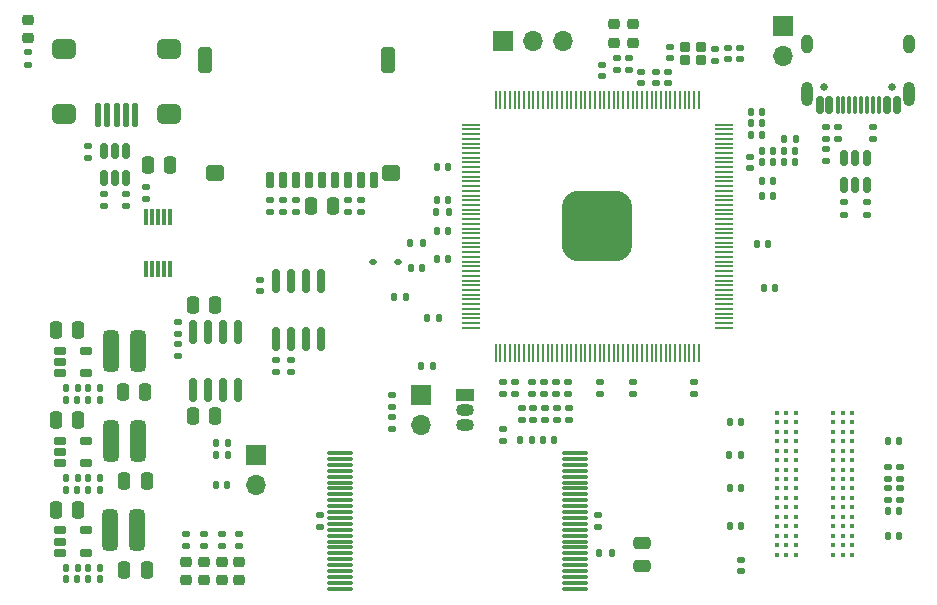
<source format=gbr>
%TF.GenerationSoftware,KiCad,Pcbnew,6.0.2+dfsg-1*%
%TF.CreationDate,2022-05-20T21:22:49+03:00*%
%TF.ProjectId,A13_test_project,4131335f-7465-4737-945f-70726f6a6563,rev?*%
%TF.SameCoordinates,Original*%
%TF.FileFunction,Soldermask,Top*%
%TF.FilePolarity,Negative*%
%FSLAX46Y46*%
G04 Gerber Fmt 4.6, Leading zero omitted, Abs format (unit mm)*
G04 Created by KiCad (PCBNEW 6.0.2+dfsg-1) date 2022-05-20 21:22:49*
%MOMM*%
%LPD*%
G01*
G04 APERTURE LIST*
G04 Aperture macros list*
%AMRoundRect*
0 Rectangle with rounded corners*
0 $1 Rounding radius*
0 $2 $3 $4 $5 $6 $7 $8 $9 X,Y pos of 4 corners*
0 Add a 4 corners polygon primitive as box body*
4,1,4,$2,$3,$4,$5,$6,$7,$8,$9,$2,$3,0*
0 Add four circle primitives for the rounded corners*
1,1,$1+$1,$2,$3*
1,1,$1+$1,$4,$5*
1,1,$1+$1,$6,$7*
1,1,$1+$1,$8,$9*
0 Add four rect primitives between the rounded corners*
20,1,$1+$1,$2,$3,$4,$5,0*
20,1,$1+$1,$4,$5,$6,$7,0*
20,1,$1+$1,$6,$7,$8,$9,0*
20,1,$1+$1,$8,$9,$2,$3,0*%
G04 Aperture macros list end*
%ADD10RoundRect,0.250000X-0.250000X-0.475000X0.250000X-0.475000X0.250000X0.475000X-0.250000X0.475000X0*%
%ADD11RoundRect,0.140000X0.170000X-0.140000X0.170000X0.140000X-0.170000X0.140000X-0.170000X-0.140000X0*%
%ADD12RoundRect,0.140000X-0.170000X0.140000X-0.170000X-0.140000X0.170000X-0.140000X0.170000X0.140000X0*%
%ADD13RoundRect,0.140000X-0.140000X-0.170000X0.140000X-0.170000X0.140000X0.170000X-0.140000X0.170000X0*%
%ADD14RoundRect,0.140000X0.140000X0.170000X-0.140000X0.170000X-0.140000X-0.170000X0.140000X-0.170000X0*%
%ADD15RoundRect,0.250000X0.475000X-0.250000X0.475000X0.250000X-0.475000X0.250000X-0.475000X-0.250000X0*%
%ADD16RoundRect,0.250000X0.250000X0.475000X-0.250000X0.475000X-0.250000X-0.475000X0.250000X-0.475000X0*%
%ADD17RoundRect,0.112500X0.187500X0.112500X-0.187500X0.112500X-0.187500X-0.112500X0.187500X-0.112500X0*%
%ADD18RoundRect,0.218750X-0.256250X0.218750X-0.256250X-0.218750X0.256250X-0.218750X0.256250X0.218750X0*%
%ADD19RoundRect,0.135000X0.135000X0.185000X-0.135000X0.185000X-0.135000X-0.185000X0.135000X-0.185000X0*%
%ADD20RoundRect,0.135000X-0.185000X0.135000X-0.185000X-0.135000X0.185000X-0.135000X0.185000X0.135000X0*%
%ADD21RoundRect,0.135000X0.185000X-0.135000X0.185000X0.135000X-0.185000X0.135000X-0.185000X-0.135000X0*%
%ADD22RoundRect,0.135000X-0.135000X-0.185000X0.135000X-0.185000X0.135000X0.185000X-0.135000X0.185000X0*%
%ADD23R,1.500000X1.050000*%
%ADD24O,1.500000X1.050000*%
%ADD25RoundRect,0.150000X0.150000X-0.825000X0.150000X0.825000X-0.150000X0.825000X-0.150000X-0.825000X0*%
%ADD26RoundRect,0.162500X-0.367500X-0.162500X0.367500X-0.162500X0.367500X0.162500X-0.367500X0.162500X0*%
%ADD27C,0.400000*%
%ADD28RoundRect,0.218750X0.256250X-0.218750X0.256250X0.218750X-0.256250X0.218750X-0.256250X-0.218750X0*%
%ADD29RoundRect,0.325000X-0.325000X-1.425000X0.325000X-1.425000X0.325000X1.425000X-0.325000X1.425000X0*%
%ADD30RoundRect,0.200000X0.250000X0.200000X-0.250000X0.200000X-0.250000X-0.200000X0.250000X-0.200000X0*%
%ADD31C,0.650000*%
%ADD32RoundRect,0.150000X0.150000X0.575000X-0.150000X0.575000X-0.150000X-0.575000X0.150000X-0.575000X0*%
%ADD33RoundRect,0.075000X0.075000X0.650000X-0.075000X0.650000X-0.075000X-0.650000X0.075000X-0.650000X0*%
%ADD34O,1.000000X2.100000*%
%ADD35O,1.000000X1.600000*%
%ADD36RoundRect,0.075000X0.987000X0.075000X-0.987000X0.075000X-0.987000X-0.075000X0.987000X-0.075000X0*%
%ADD37RoundRect,0.050000X0.050000X-0.687500X0.050000X0.687500X-0.050000X0.687500X-0.050000X-0.687500X0*%
%ADD38RoundRect,0.050000X0.687500X-0.050000X0.687500X0.050000X-0.687500X0.050000X-0.687500X-0.050000X0*%
%ADD39RoundRect,1.500000X1.500000X-1.500000X1.500000X1.500000X-1.500000X1.500000X-1.500000X-1.500000X0*%
%ADD40RoundRect,0.175000X0.175000X0.525000X-0.175000X0.525000X-0.175000X-0.525000X0.175000X-0.525000X0*%
%ADD41RoundRect,0.350000X0.450000X0.350000X-0.450000X0.350000X-0.450000X-0.350000X0.450000X-0.350000X0*%
%ADD42RoundRect,0.300000X0.300000X0.800000X-0.300000X0.800000X-0.300000X-0.800000X0.300000X-0.800000X0*%
%ADD43R,1.700000X1.700000*%
%ADD44O,1.700000X1.700000*%
%ADD45RoundRect,0.125000X0.125000X0.875000X-0.125000X0.875000X-0.125000X-0.875000X0.125000X-0.875000X0*%
%ADD46RoundRect,0.425000X0.575000X0.425000X-0.575000X0.425000X-0.575000X-0.425000X0.575000X-0.425000X0*%
%ADD47RoundRect,0.150000X0.150000X-0.512500X0.150000X0.512500X-0.150000X0.512500X-0.150000X-0.512500X0*%
%ADD48RoundRect,0.150000X-0.150000X0.825000X-0.150000X-0.825000X0.150000X-0.825000X0.150000X0.825000X0*%
%ADD49RoundRect,0.075000X0.075000X-0.625000X0.075000X0.625000X-0.075000X0.625000X-0.075000X-0.625000X0*%
%ADD50RoundRect,0.150000X-0.150000X0.512500X-0.150000X-0.512500X0.150000X-0.512500X0.150000X0.512500X0*%
G04 APERTURE END LIST*
D10*
%TO.C,C1*%
X37350000Y-43900000D03*
X39250000Y-43900000D03*
%TD*%
D11*
%TO.C,C2*%
X59200000Y-61980000D03*
X59200000Y-61020000D03*
%TD*%
D12*
%TO.C,C3*%
X56200000Y-61020000D03*
X56200000Y-61980000D03*
%TD*%
D13*
%TO.C,C4*%
X29320000Y-67500000D03*
X30280000Y-67500000D03*
%TD*%
D12*
%TO.C,C5*%
X71600000Y-30620000D03*
X71600000Y-31580000D03*
%TD*%
D14*
%TO.C,C6*%
X76480000Y-40200000D03*
X75520000Y-40200000D03*
%TD*%
D11*
%TO.C,C7*%
X67800000Y-31380000D03*
X67800000Y-30420000D03*
%TD*%
D14*
%TO.C,C8*%
X76480000Y-39200000D03*
X75520000Y-39200000D03*
%TD*%
%TO.C,C9*%
X75580000Y-37900000D03*
X74620000Y-37900000D03*
%TD*%
D12*
%TO.C,C10*%
X44200000Y-59920000D03*
X44200000Y-60880000D03*
%TD*%
D13*
%TO.C,C11*%
X77420000Y-40200000D03*
X78380000Y-40200000D03*
%TD*%
%TO.C,C12*%
X77420000Y-39200000D03*
X78380000Y-39200000D03*
%TD*%
D10*
%TO.C,C14*%
X15750000Y-69600000D03*
X17650000Y-69600000D03*
%TD*%
%TO.C,C15*%
X15750000Y-54400000D03*
X17650000Y-54400000D03*
%TD*%
%TO.C,C16*%
X15750000Y-62000000D03*
X17650000Y-62000000D03*
%TD*%
D12*
%TO.C,C17*%
X86200000Y-66000000D03*
X86200000Y-66960000D03*
%TD*%
%TO.C,C18*%
X86200000Y-67800000D03*
X86200000Y-68760000D03*
%TD*%
D14*
%TO.C,C21*%
X19480000Y-75500000D03*
X18520000Y-75500000D03*
%TD*%
%TO.C,C22*%
X17580000Y-75500000D03*
X16620000Y-75500000D03*
%TD*%
%TO.C,C23*%
X19480000Y-60300000D03*
X18520000Y-60300000D03*
%TD*%
%TO.C,C24*%
X17580000Y-60300000D03*
X16620000Y-60300000D03*
%TD*%
%TO.C,C25*%
X19480000Y-67900000D03*
X18520000Y-67900000D03*
%TD*%
%TO.C,C26*%
X17580000Y-67900000D03*
X16620000Y-67900000D03*
%TD*%
D15*
%TO.C,C27*%
X65400000Y-74350000D03*
X65400000Y-72450000D03*
%TD*%
D16*
%TO.C,C29*%
X23450000Y-74700000D03*
X21550000Y-74700000D03*
%TD*%
%TO.C,C30*%
X23350000Y-59600000D03*
X21450000Y-59600000D03*
%TD*%
%TO.C,C31*%
X23450000Y-67200000D03*
X21550000Y-67200000D03*
%TD*%
D17*
%TO.C,D1*%
X44750000Y-48600000D03*
X42650000Y-48600000D03*
%TD*%
D18*
%TO.C,D2*%
X63000000Y-28512500D03*
X63000000Y-30087500D03*
%TD*%
%TO.C,D3*%
X64600000Y-28512500D03*
X64600000Y-30087500D03*
%TD*%
D19*
%TO.C,R1*%
X46810000Y-47000000D03*
X45790000Y-47000000D03*
%TD*%
D20*
%TO.C,R2*%
X36100000Y-43390000D03*
X36100000Y-44410000D03*
%TD*%
%TO.C,R3*%
X41600000Y-43390000D03*
X41600000Y-44410000D03*
%TD*%
%TO.C,R4*%
X40500000Y-43390000D03*
X40500000Y-44410000D03*
%TD*%
%TO.C,R5*%
X35000000Y-43390000D03*
X35000000Y-44410000D03*
%TD*%
%TO.C,R6*%
X33900000Y-43390000D03*
X33900000Y-44410000D03*
%TD*%
D19*
%TO.C,R7*%
X49010000Y-44400000D03*
X47990000Y-44400000D03*
%TD*%
D20*
%TO.C,R8*%
X80950000Y-39090000D03*
X80950000Y-40110000D03*
%TD*%
%TO.C,R9*%
X80950000Y-37190000D03*
X80950000Y-38210000D03*
%TD*%
%TO.C,R10*%
X55200000Y-60990000D03*
X55200000Y-62010000D03*
%TD*%
%TO.C,R11*%
X63300000Y-31390000D03*
X63300000Y-32410000D03*
%TD*%
D21*
%TO.C,R12*%
X58200000Y-62010000D03*
X58200000Y-60990000D03*
%TD*%
D20*
%TO.C,R13*%
X57200000Y-60990000D03*
X57200000Y-62010000D03*
%TD*%
D19*
%TO.C,R14*%
X30310000Y-63925000D03*
X29290000Y-63925000D03*
%TD*%
D20*
%TO.C,R15*%
X64300000Y-31390000D03*
X64300000Y-32410000D03*
%TD*%
D19*
%TO.C,R16*%
X30310000Y-65000000D03*
X29290000Y-65000000D03*
%TD*%
%TO.C,R17*%
X47710000Y-57400000D03*
X46690000Y-57400000D03*
%TD*%
D21*
%TO.C,R18*%
X44200000Y-62810000D03*
X44200000Y-61790000D03*
%TD*%
D20*
%TO.C,R19*%
X35665000Y-56890000D03*
X35665000Y-57910000D03*
%TD*%
D22*
%TO.C,R20*%
X77390000Y-38200000D03*
X78410000Y-38200000D03*
%TD*%
D20*
%TO.C,R21*%
X34400000Y-56890000D03*
X34400000Y-57910000D03*
%TD*%
%TO.C,R52*%
X13400000Y-30890000D03*
X13400000Y-31910000D03*
%TD*%
D19*
%TO.C,R82*%
X19510000Y-74500000D03*
X18490000Y-74500000D03*
%TD*%
%TO.C,R83*%
X17610000Y-74500000D03*
X16590000Y-74500000D03*
%TD*%
%TO.C,R84*%
X19510000Y-59300000D03*
X18490000Y-59300000D03*
%TD*%
%TO.C,R85*%
X17610000Y-59300000D03*
X16590000Y-59300000D03*
%TD*%
%TO.C,R86*%
X19510000Y-66900000D03*
X18490000Y-66900000D03*
%TD*%
%TO.C,R87*%
X17610000Y-66900000D03*
X16590000Y-66900000D03*
%TD*%
D20*
%TO.C,R110*%
X87200000Y-65970000D03*
X87200000Y-66990000D03*
%TD*%
%TO.C,R111*%
X87200000Y-67770000D03*
X87200000Y-68790000D03*
%TD*%
D21*
%TO.C,R114*%
X26800000Y-72710000D03*
X26800000Y-71690000D03*
%TD*%
D23*
%TO.C,U2*%
X50400000Y-59900000D03*
D24*
X50400000Y-61170000D03*
X50400000Y-62440000D03*
%TD*%
D25*
%TO.C,U3*%
X34395000Y-55175000D03*
X35665000Y-55175000D03*
X36935000Y-55175000D03*
X38205000Y-55175000D03*
X38205000Y-50225000D03*
X36935000Y-50225000D03*
X35665000Y-50225000D03*
X34395000Y-50225000D03*
%TD*%
D26*
%TO.C,U8*%
X16100000Y-71350000D03*
X16100000Y-72300000D03*
X16100000Y-73250000D03*
X18300000Y-73250000D03*
X18300000Y-71350000D03*
%TD*%
%TO.C,U9*%
X16100000Y-56150000D03*
X16100000Y-57100000D03*
X16100000Y-58050000D03*
X18300000Y-58050000D03*
X18300000Y-56150000D03*
%TD*%
%TO.C,U10*%
X16100000Y-63750000D03*
X16100000Y-64700000D03*
X16100000Y-65650000D03*
X18300000Y-65650000D03*
X18300000Y-63750000D03*
%TD*%
D27*
%TO.C,U11*%
X83200000Y-73400000D03*
X82400000Y-73400000D03*
X81600000Y-73400000D03*
X78400000Y-73400000D03*
X77600000Y-73400000D03*
X76800000Y-73400000D03*
X83200000Y-72600000D03*
X82400000Y-72600000D03*
X81600000Y-72600000D03*
X78400000Y-72600000D03*
X77600000Y-72600000D03*
X76800000Y-72600000D03*
X83200000Y-71800000D03*
X82400000Y-71800000D03*
X81600000Y-71800000D03*
X78400000Y-71800000D03*
X77600000Y-71800000D03*
X76800000Y-71800000D03*
X83200000Y-71000000D03*
X82400000Y-71000000D03*
X81600000Y-71000000D03*
X78400000Y-71000000D03*
X77600000Y-71000000D03*
X76800000Y-71000000D03*
X83200000Y-70200000D03*
X82400000Y-70200000D03*
X81600000Y-70200000D03*
X78400000Y-70200000D03*
X77600000Y-70200000D03*
X76800000Y-70200000D03*
X83200000Y-69400000D03*
X82400000Y-69400000D03*
X81600000Y-69400000D03*
X78400000Y-69400000D03*
X77600000Y-69400000D03*
X76800000Y-69400000D03*
X83200000Y-68600000D03*
X82400000Y-68600000D03*
X81600000Y-68600000D03*
X78400000Y-68600000D03*
X77600000Y-68600000D03*
X76800000Y-68600000D03*
X83200000Y-67800000D03*
X82400000Y-67800000D03*
X81600000Y-67800000D03*
X78400000Y-67800000D03*
X77600000Y-67800000D03*
X76800000Y-67800000D03*
X83200000Y-67000000D03*
X82400000Y-67000000D03*
X81600000Y-67000000D03*
X78400000Y-67000000D03*
X77600000Y-67000000D03*
X76800000Y-67000000D03*
X83200000Y-66200000D03*
X82400000Y-66200000D03*
X81600000Y-66200000D03*
X78400000Y-66200000D03*
X77600000Y-66200000D03*
X76800000Y-66200000D03*
X83200000Y-65400000D03*
X82400000Y-65400000D03*
X81600000Y-65400000D03*
X78400000Y-65400000D03*
X77600000Y-65400000D03*
X76800000Y-65400000D03*
X83200000Y-64600000D03*
X82400000Y-64600000D03*
X81600000Y-64600000D03*
X78400000Y-64600000D03*
X77600000Y-64600000D03*
X76800000Y-64600000D03*
X83200000Y-63800000D03*
X82400000Y-63800000D03*
X81600000Y-63800000D03*
X78400000Y-63800000D03*
X77600000Y-63800000D03*
X76800000Y-63800000D03*
X83200000Y-63000000D03*
X82400000Y-63000000D03*
X81600000Y-63000000D03*
X78400000Y-63000000D03*
X77600000Y-63000000D03*
X76800000Y-63000000D03*
X83200000Y-62200000D03*
X82400000Y-62200000D03*
X81600000Y-62200000D03*
X78400000Y-62200000D03*
X77600000Y-62200000D03*
X76800000Y-62200000D03*
X83200000Y-61400000D03*
X82400000Y-61400000D03*
X81600000Y-61400000D03*
X78400000Y-61400000D03*
X77600000Y-61400000D03*
X76800000Y-61400000D03*
%TD*%
D11*
%TO.C,C32*%
X72700000Y-31480000D03*
X72700000Y-30520000D03*
%TD*%
%TO.C,C33*%
X73700000Y-31480000D03*
X73700000Y-30520000D03*
%TD*%
D13*
%TO.C,C34*%
X74620000Y-36900000D03*
X75580000Y-36900000D03*
%TD*%
%TO.C,C35*%
X74620000Y-35900000D03*
X75580000Y-35900000D03*
%TD*%
D28*
%TO.C,D11*%
X26800000Y-75587500D03*
X26800000Y-74012500D03*
%TD*%
D29*
%TO.C,L2*%
X20350000Y-71350000D03*
X22650000Y-71350000D03*
%TD*%
%TO.C,L3*%
X20450000Y-56150000D03*
X22750000Y-56150000D03*
%TD*%
%TO.C,L4*%
X20450000Y-63750000D03*
X22750000Y-63750000D03*
%TD*%
D30*
%TO.C,Y1*%
X70400000Y-30450000D03*
X69000000Y-30450000D03*
X69000000Y-31550000D03*
X70400000Y-31550000D03*
%TD*%
D19*
%TO.C,R112*%
X73810000Y-65000000D03*
X72790000Y-65000000D03*
%TD*%
D18*
%TO.C,D9*%
X13400000Y-28112500D03*
X13400000Y-29687500D03*
%TD*%
D31*
%TO.C,J2*%
X86590000Y-33850000D03*
X80810000Y-33850000D03*
D32*
X86950000Y-35295000D03*
X86150000Y-35295000D03*
D33*
X84950000Y-35295000D03*
X83950000Y-35295000D03*
X83450000Y-35295000D03*
X82450000Y-35295000D03*
D32*
X81250000Y-35295000D03*
X80450000Y-35295000D03*
D33*
X81950000Y-35295000D03*
X82950000Y-35295000D03*
X84450000Y-35295000D03*
X85450000Y-35295000D03*
D34*
X88020000Y-34380000D03*
X79380000Y-34380000D03*
D35*
X79380000Y-30200000D03*
X88020000Y-30200000D03*
%TD*%
D13*
%TO.C,C39*%
X56970000Y-63700000D03*
X57930000Y-63700000D03*
%TD*%
D19*
%TO.C,R117*%
X62810000Y-73300000D03*
X61790000Y-73300000D03*
%TD*%
D20*
%TO.C,R118*%
X53600000Y-62790000D03*
X53600000Y-63810000D03*
%TD*%
D22*
%TO.C,R119*%
X55039999Y-63700000D03*
X56059999Y-63700000D03*
%TD*%
D36*
%TO.C,U13*%
X59700000Y-76299999D03*
X59700000Y-75799999D03*
X59700000Y-75299999D03*
X59700000Y-74799999D03*
X59700000Y-74299999D03*
X59700000Y-73799999D03*
X59700000Y-73299999D03*
X59700000Y-72799999D03*
X59700000Y-72299999D03*
X59700000Y-71799999D03*
X59700000Y-71299999D03*
X59700000Y-70799999D03*
X59700000Y-70299999D03*
X59700000Y-69799999D03*
X59700000Y-69299999D03*
X59700000Y-68799999D03*
X59700000Y-68299999D03*
X59700000Y-67799999D03*
X59700000Y-67299999D03*
X59700000Y-66799999D03*
X59700000Y-66299999D03*
X59700000Y-65799999D03*
X59700000Y-65299999D03*
X59700000Y-64799999D03*
X39800000Y-64799999D03*
X39800000Y-65299999D03*
X39800000Y-65799999D03*
X39800000Y-66299999D03*
X39800000Y-66799999D03*
X39800000Y-67299999D03*
X39800000Y-67799999D03*
X39800000Y-68299999D03*
X39800000Y-68799999D03*
X39800000Y-69299999D03*
X39800000Y-69799999D03*
X39800000Y-70299999D03*
X39800000Y-70799999D03*
X39800000Y-71299999D03*
X39800000Y-71799999D03*
X39800000Y-72299999D03*
X39800000Y-72799999D03*
X39800000Y-73299999D03*
X39800000Y-73799999D03*
X39800000Y-74299999D03*
X39800000Y-74799999D03*
X39800000Y-75299999D03*
X39800000Y-75799999D03*
X39800000Y-76299999D03*
%TD*%
D21*
%TO.C,R22*%
X84950000Y-38210000D03*
X84950000Y-37190000D03*
%TD*%
%TO.C,R23*%
X81950000Y-38210000D03*
X81950000Y-37190000D03*
%TD*%
D12*
%TO.C,C40*%
X33010000Y-50120000D03*
X33010000Y-51080000D03*
%TD*%
D37*
%TO.C,U1*%
X53000000Y-56312500D03*
X53400000Y-56312500D03*
X53800000Y-56312500D03*
X54200000Y-56312500D03*
X54600000Y-56312500D03*
X55000000Y-56312500D03*
X55400000Y-56312500D03*
X55800000Y-56312500D03*
X56200000Y-56312500D03*
X56600000Y-56312500D03*
X57000000Y-56312500D03*
X57400000Y-56312500D03*
X57800000Y-56312500D03*
X58200000Y-56312500D03*
X58600000Y-56312500D03*
X59000000Y-56312500D03*
X59400000Y-56312500D03*
X59800000Y-56312500D03*
X60200000Y-56312500D03*
X60600000Y-56312500D03*
X61000000Y-56312500D03*
X61400000Y-56312500D03*
X61800000Y-56312500D03*
X62200000Y-56312500D03*
X62600000Y-56312500D03*
X63000000Y-56312500D03*
X63400000Y-56312500D03*
X63800000Y-56312500D03*
X64200000Y-56312500D03*
X64600000Y-56312500D03*
X65000000Y-56312500D03*
X65400000Y-56312500D03*
X65800000Y-56312500D03*
X66200000Y-56312500D03*
X66600000Y-56312500D03*
X67000000Y-56312500D03*
X67400000Y-56312500D03*
X67800000Y-56312500D03*
X68200000Y-56312500D03*
X68600000Y-56312500D03*
X69000000Y-56312500D03*
X69400000Y-56312500D03*
X69800000Y-56312500D03*
X70200000Y-56312500D03*
D38*
X72312500Y-54200000D03*
X72312500Y-53800000D03*
X72312500Y-53400000D03*
X72312500Y-53000000D03*
X72312500Y-52600000D03*
X72312500Y-52200000D03*
X72312500Y-51800000D03*
X72312500Y-51400000D03*
X72312500Y-51000000D03*
X72312500Y-50600000D03*
X72312500Y-50200000D03*
X72312500Y-49800000D03*
X72312500Y-49400000D03*
X72312500Y-49000000D03*
X72312500Y-48600000D03*
X72312500Y-48200000D03*
X72312500Y-47800000D03*
X72312500Y-47400000D03*
X72312500Y-47000000D03*
X72312500Y-46600000D03*
X72312500Y-46200000D03*
X72312500Y-45800000D03*
X72312500Y-45400000D03*
X72312500Y-45000000D03*
X72312500Y-44600000D03*
X72312500Y-44200000D03*
X72312500Y-43800000D03*
X72312500Y-43400000D03*
X72312500Y-43000000D03*
X72312500Y-42600000D03*
X72312500Y-42200000D03*
X72312500Y-41800000D03*
X72312500Y-41400000D03*
X72312500Y-41000000D03*
X72312500Y-40600000D03*
X72312500Y-40200000D03*
X72312500Y-39800000D03*
X72312500Y-39400000D03*
X72312500Y-39000000D03*
X72312500Y-38600000D03*
X72312500Y-38200000D03*
X72312500Y-37800000D03*
X72312500Y-37400000D03*
X72312500Y-37000000D03*
D37*
X70200000Y-34887500D03*
X69800000Y-34887500D03*
X69400000Y-34887500D03*
X69000000Y-34887500D03*
X68600000Y-34887500D03*
X68200000Y-34887500D03*
X67800000Y-34887500D03*
X67400000Y-34887500D03*
X67000000Y-34887500D03*
X66600000Y-34887500D03*
X66200000Y-34887500D03*
X65800000Y-34887500D03*
X65400000Y-34887500D03*
X65000000Y-34887500D03*
X64600000Y-34887500D03*
X64200000Y-34887500D03*
X63800000Y-34887500D03*
X63400000Y-34887500D03*
X63000000Y-34887500D03*
X62600000Y-34887500D03*
X62200000Y-34887500D03*
X61800000Y-34887500D03*
X61400000Y-34887500D03*
X61000000Y-34887500D03*
X60600000Y-34887500D03*
X60200000Y-34887500D03*
X59800000Y-34887500D03*
X59400000Y-34887500D03*
X59000000Y-34887500D03*
X58600000Y-34887500D03*
X58200000Y-34887500D03*
X57800000Y-34887500D03*
X57400000Y-34887500D03*
X57000000Y-34887500D03*
X56600000Y-34887500D03*
X56200000Y-34887500D03*
X55800000Y-34887500D03*
X55400000Y-34887500D03*
X55000000Y-34887500D03*
X54600000Y-34887500D03*
X54200000Y-34887500D03*
X53800000Y-34887500D03*
X53400000Y-34887500D03*
X53000000Y-34887500D03*
D38*
X50887500Y-37000000D03*
X50887500Y-37400000D03*
X50887500Y-37800000D03*
X50887500Y-38200000D03*
X50887500Y-38600000D03*
X50887500Y-39000000D03*
X50887500Y-39400000D03*
X50887500Y-39800000D03*
X50887500Y-40200000D03*
X50887500Y-40600000D03*
X50887500Y-41000000D03*
X50887500Y-41400000D03*
X50887500Y-41800000D03*
X50887500Y-42200000D03*
X50887500Y-42600000D03*
X50887500Y-43000000D03*
X50887500Y-43400000D03*
X50887500Y-43800000D03*
X50887500Y-44200000D03*
X50887500Y-44600000D03*
X50887500Y-45000000D03*
X50887500Y-45400000D03*
X50887500Y-45800000D03*
X50887500Y-46200000D03*
X50887500Y-46600000D03*
X50887500Y-47000000D03*
X50887500Y-47400000D03*
X50887500Y-47800000D03*
X50887500Y-48200000D03*
X50887500Y-48600000D03*
X50887500Y-49000000D03*
X50887500Y-49400000D03*
X50887500Y-49800000D03*
X50887500Y-50200000D03*
X50887500Y-50600000D03*
X50887500Y-51000000D03*
X50887500Y-51400000D03*
X50887500Y-51800000D03*
X50887500Y-52200000D03*
X50887500Y-52600000D03*
X50887500Y-53000000D03*
X50887500Y-53400000D03*
X50887500Y-53800000D03*
X50887500Y-54200000D03*
D39*
X61600000Y-45600000D03*
%TD*%
D40*
%TO.C,J1*%
X33900000Y-41700000D03*
X35000000Y-41700000D03*
X36100000Y-41700000D03*
X37200000Y-41700000D03*
X38300000Y-41700000D03*
X39400000Y-41700000D03*
X40500000Y-41700000D03*
X41600000Y-41700000D03*
X42700000Y-41700000D03*
D41*
X44100000Y-41100000D03*
D42*
X43850000Y-31500000D03*
D41*
X29250000Y-41100000D03*
D42*
X28350000Y-31500000D03*
%TD*%
D10*
%TO.C,C69*%
X23550000Y-40400000D03*
X25450000Y-40400000D03*
%TD*%
D13*
%TO.C,C61*%
X45820000Y-49100000D03*
X46780000Y-49100000D03*
%TD*%
D11*
%TO.C,C33*%
X54600000Y-59780000D03*
X54600000Y-58820000D03*
%TD*%
D16*
%TO.C,C13*%
X29250000Y-52300000D03*
X27350000Y-52300000D03*
%TD*%
D43*
%TO.C,J7*%
X77320000Y-28630000D03*
D44*
X77320000Y-31170000D03*
%TD*%
D13*
%TO.C,C37*%
X48020000Y-43400000D03*
X48980000Y-43400000D03*
%TD*%
%TO.C,C67*%
X48020000Y-40600000D03*
X48980000Y-40600000D03*
%TD*%
%TO.C,C55*%
X47220000Y-53400000D03*
X48180000Y-53400000D03*
%TD*%
D20*
%TO.C,R26*%
X84400000Y-43590000D03*
X84400000Y-44610000D03*
%TD*%
D14*
%TO.C,C62*%
X76480000Y-43000000D03*
X75520000Y-43000000D03*
%TD*%
D28*
%TO.C,D13*%
X28300000Y-75587500D03*
X28300000Y-74012500D03*
%TD*%
%TO.C,D12*%
X29800000Y-75587500D03*
X29800000Y-74012500D03*
%TD*%
D11*
%TO.C,C68*%
X23400000Y-43280000D03*
X23400000Y-42320000D03*
%TD*%
D45*
%TO.C,J4*%
X22500000Y-36175000D03*
X21700000Y-36175000D03*
X20900000Y-36175000D03*
X20100000Y-36175000D03*
X19300000Y-36175000D03*
D46*
X25350000Y-36075000D03*
X25350000Y-30625000D03*
X16450000Y-30625000D03*
X16450000Y-36075000D03*
%TD*%
D14*
%TO.C,C46*%
X87180000Y-69700000D03*
X86220000Y-69700000D03*
%TD*%
D11*
%TO.C,C19*%
X74500000Y-40680000D03*
X74500000Y-39720000D03*
%TD*%
D16*
%TO.C,C28*%
X29250000Y-61700000D03*
X27350000Y-61700000D03*
%TD*%
D21*
%TO.C,R113*%
X31300000Y-72710000D03*
X31300000Y-71690000D03*
%TD*%
D12*
%TO.C,C65*%
X65270000Y-32510000D03*
X65270000Y-33470000D03*
%TD*%
%TO.C,C56*%
X62000000Y-31920000D03*
X62000000Y-32880000D03*
%TD*%
D11*
%TO.C,C50*%
X61800000Y-59780000D03*
X61800000Y-58820000D03*
%TD*%
D28*
%TO.C,D10*%
X31300000Y-75587500D03*
X31300000Y-74012500D03*
%TD*%
D12*
%TO.C,C41*%
X73800000Y-73820000D03*
X73800000Y-74780000D03*
%TD*%
D43*
%TO.C,J6*%
X46700000Y-59925000D03*
D44*
X46700000Y-62465000D03*
%TD*%
D11*
%TO.C,C35*%
X53600000Y-59780000D03*
X53600000Y-58820000D03*
%TD*%
D21*
%TO.C,R116*%
X28300000Y-72710000D03*
X28300000Y-71690000D03*
%TD*%
D43*
%TO.C,J5*%
X32700000Y-65000000D03*
D44*
X32700000Y-67540000D03*
%TD*%
D11*
%TO.C,C59*%
X56100000Y-59780000D03*
X56100000Y-58820000D03*
%TD*%
D21*
%TO.C,R80*%
X26100000Y-56610000D03*
X26100000Y-55590000D03*
%TD*%
%TO.C,R81*%
X26100000Y-54710000D03*
X26100000Y-53690000D03*
%TD*%
D11*
%TO.C,C36*%
X57100000Y-59780000D03*
X57100000Y-58820000D03*
%TD*%
D13*
%TO.C,C63*%
X48020000Y-48400000D03*
X48980000Y-48400000D03*
%TD*%
D21*
%TO.C,R115*%
X29800000Y-72710000D03*
X29800000Y-71690000D03*
%TD*%
%TO.C,R27*%
X19800000Y-43910000D03*
X19800000Y-42890000D03*
%TD*%
D11*
%TO.C,C60*%
X58100000Y-59780000D03*
X58100000Y-58820000D03*
%TD*%
D14*
%TO.C,C52*%
X76680000Y-50800000D03*
X75720000Y-50800000D03*
%TD*%
D43*
%TO.C,J3*%
X53660000Y-29900000D03*
D44*
X56200000Y-29900000D03*
X58740000Y-29900000D03*
%TD*%
D13*
%TO.C,C54*%
X48020000Y-46000000D03*
X48980000Y-46000000D03*
%TD*%
D20*
%TO.C,R25*%
X82500000Y-43590000D03*
X82500000Y-44610000D03*
%TD*%
D14*
%TO.C,C47*%
X87180000Y-71800000D03*
X86220000Y-71800000D03*
%TD*%
D47*
%TO.C,U6*%
X19800000Y-41537500D03*
X20750000Y-41537500D03*
X21700000Y-41537500D03*
X21700000Y-39262500D03*
X20750000Y-39262500D03*
X19800000Y-39262500D03*
%TD*%
D14*
%TO.C,C66*%
X76480000Y-41800000D03*
X75520000Y-41800000D03*
%TD*%
%TO.C,C48*%
X76080000Y-47100000D03*
X75120000Y-47100000D03*
%TD*%
D48*
%TO.C,U7*%
X31205000Y-54525000D03*
X29935000Y-54525000D03*
X28665000Y-54525000D03*
X27395000Y-54525000D03*
X27395000Y-59475000D03*
X28665000Y-59475000D03*
X29935000Y-59475000D03*
X31205000Y-59475000D03*
%TD*%
D11*
%TO.C,C51*%
X64600000Y-59780000D03*
X64600000Y-58820000D03*
%TD*%
D49*
%TO.C,U4*%
X23400000Y-49200000D03*
X23900000Y-49200000D03*
X24400000Y-49200000D03*
X24900000Y-49200000D03*
X25400000Y-49200000D03*
X25400000Y-44800000D03*
X24900000Y-44800000D03*
X24400000Y-44800000D03*
X23900000Y-44800000D03*
X23400000Y-44800000D03*
%TD*%
D13*
%TO.C,C45*%
X72820000Y-67800000D03*
X73780000Y-67800000D03*
%TD*%
D12*
%TO.C,C32*%
X61650000Y-70070000D03*
X61650000Y-71030000D03*
%TD*%
D13*
%TO.C,C44*%
X72820000Y-62200000D03*
X73780000Y-62200000D03*
%TD*%
D12*
%TO.C,C64*%
X67600000Y-32520000D03*
X67600000Y-33480000D03*
%TD*%
D13*
%TO.C,C57*%
X44420000Y-51600000D03*
X45380000Y-51600000D03*
%TD*%
D14*
%TO.C,C43*%
X87180000Y-63800000D03*
X86220000Y-63800000D03*
%TD*%
D11*
%TO.C,C53*%
X59100000Y-59780000D03*
X59100000Y-58820000D03*
%TD*%
D12*
%TO.C,C34*%
X38150000Y-70070000D03*
X38150000Y-71030000D03*
%TD*%
D13*
%TO.C,C42*%
X72820000Y-71000000D03*
X73780000Y-71000000D03*
%TD*%
D50*
%TO.C,U5*%
X84400000Y-39862500D03*
X83450000Y-39862500D03*
X82500000Y-39862500D03*
X82500000Y-42137500D03*
X83450000Y-42137500D03*
X84400000Y-42137500D03*
%TD*%
D21*
%TO.C,R28*%
X21700000Y-43910000D03*
X21700000Y-42890000D03*
%TD*%
D12*
%TO.C,C58*%
X66600000Y-32520000D03*
X66600000Y-33480000D03*
%TD*%
D20*
%TO.C,R24*%
X18500000Y-38790000D03*
X18500000Y-39810000D03*
%TD*%
D11*
%TO.C,C49*%
X69800000Y-59780000D03*
X69800000Y-58820000D03*
%TD*%
M02*

</source>
